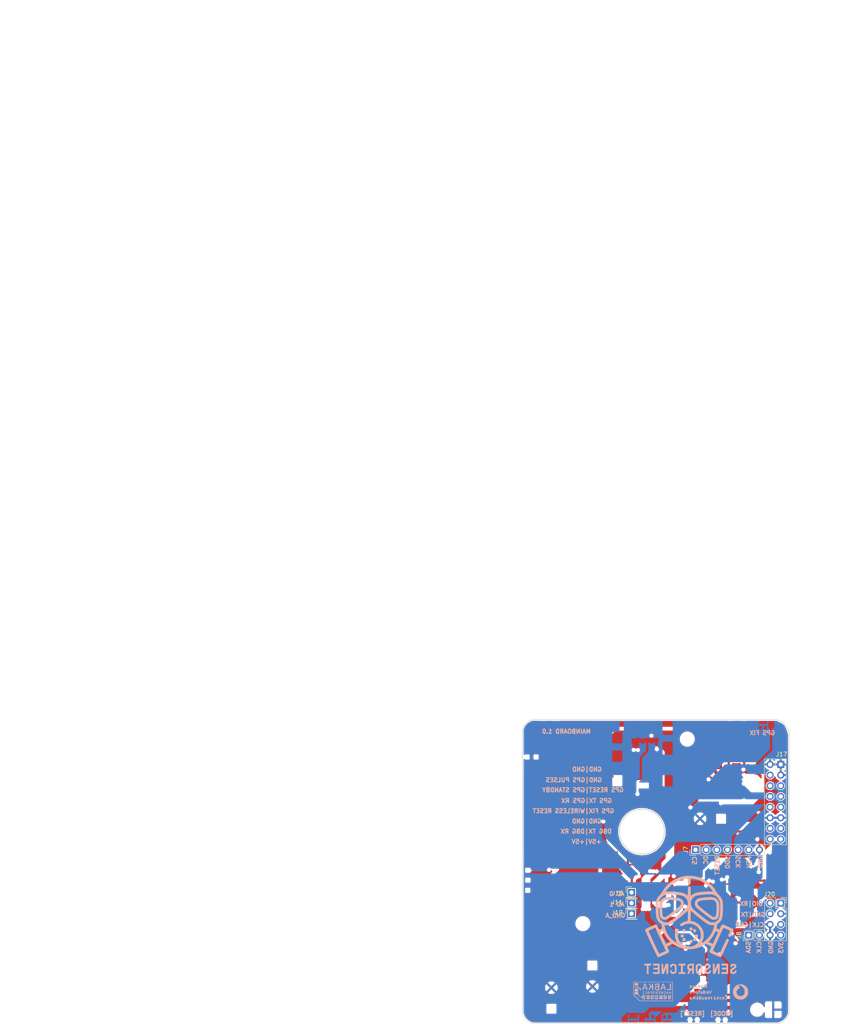
<source format=kicad_pcb>
(kicad_pcb (version 20171130) (host pcbnew 5.0.2+dfsg1-1~bpo9+1)
  (title_block (title "SENSORICNET mother board") (date 2019-02-20) (rev 1.0) (company "Labka z.s.") (comment 1 "created by i_a"))
  (layers (0 F.Cu signal) (31 B.Cu signal) (34 B.Paste user) (35 F.Paste user) (36 B.SilkS user) (37 F.SilkS user) (38 B.Mask user) (39 F.Mask user) (44 Edge.Cuts user))
  (net 0 "")
  (net 1 GND)
  (net 2 +5V)
  (net 3 PM_SDO)
  (net 4 PM_SCK)
  (module graphics:PCB_artwork (layer F.Cu) (at 164.73932 91.19616)
    (fp_text reference LOGO1 hide)
    (fp_text value LOGO hide)
  )
  (module SNPM:MountingHole_3.2mm_M3_DIN965 (layer F.Cu) (at 146.47672 102.37216)
    (fp_text reference J5 hide)
    (fp_text value Conn_01x01_Female)
    (pad 1 np_thru_hole circle (at 0 0) (size 3.2 3.2) (drill 3.2) (layers *.Cu *.Mask))
  )
  (module SNPM:MountingHole_3.2mm_M3_DIN965 (layer F.Cu) (at 171.36872 58.43016)
    (fp_text reference J6 hide)
    (fp_text value Conn_01x01_Female)
    (pad 1 np_thru_hole circle (at 0 0) (size 3.2 3.2) (drill 3.2) (layers *.Cu *.Mask))
  )
  (module SNPM:Pin_Header_Straight_1x01_Pitch2.54mm (layer F.Cu) (at 158.08452 97.46996)
    (fp_text reference J11 (at -3.4544 -0.17018) (layer F.SilkS))
    (fp_text value CONN_01X01)
    (pad 1 thru_hole rect (at 0 0) (size 1.7 1.7) (drill 1) (layers *.Cu *.Mask))
  )
  (module SNPM:Pin_Header_Straight_1x01_Pitch2.54mm (layer F.Cu) (at 158.09722 94.94266)
    (fp_text reference J18 (at -3.33756 0.18542) (layer F.SilkS))
    (fp_text value CONN_01X01)
    (pad 1 thru_hole rect (at 0 0) (size 1.7 1.7) (drill 1) (layers *.Cu *.Mask))
  )
  (module SNPM:Pin_Header_Straight_1x01_Pitch2.54mm (layer F.Cu) (at 158.08452 100.00996)
    (fp_text reference J19 (at -3.41376 -0.254) (layer F.SilkS))
    (fp_text value CONN_01X01)
    (pad 1 thru_hole rect (at 0 0) (size 1.7 1.7) (drill 1) (layers *.Cu *.Mask))
  )
  (module Connector_PinSocket_2.54mm:PinSocket_2x08_P2.54mm_Vertical (layer F.Cu) (at 193.65722 64.46266)
    (fp_text reference J17 (at 0.2159 -2.4257) (layer F.SilkS))
    (fp_text value Conn_02x08_Odd_Even)
    (pad 1 thru_hole rect (at 0 0) (size 1.7 1.7) (drill 1) (layers *.Cu *.Mask) (net 1 GND))
    (pad 2 thru_hole oval (at -2.54 0) (size 1.7 1.7) (drill 1) (layers *.Cu *.Mask) (net 1 GND))
    (pad 3 thru_hole oval (at 0 2.54) (size 1.7 1.7) (drill 1) (layers *.Cu *.Mask) (net 1 GND))
    (pad 4 thru_hole oval (at -2.54 2.54) (size 1.7 1.7) (drill 1) (layers *.Cu *.Mask))
    (pad 5 thru_hole oval (at 0 5.08) (size 1.7 1.7) (drill 1) (layers *.Cu *.Mask))
    (pad 6 thru_hole oval (at -2.54 5.08) (size 1.7 1.7) (drill 1) (layers *.Cu *.Mask))
    (pad 7 thru_hole oval (at 0 7.62) (size 1.7 1.7) (drill 1) (layers *.Cu *.Mask))
    (pad 8 thru_hole oval (at -2.54 7.62) (size 1.7 1.7) (drill 1) (layers *.Cu *.Mask))
    (pad 9 thru_hole oval (at 0 10.16) (size 1.7 1.7) (drill 1) (layers *.Cu *.Mask))
    (pad 10 thru_hole oval (at -2.54 10.16) (size 1.7 1.7) (drill 1) (layers *.Cu *.Mask))
    (pad 11 thru_hole oval (at 0 12.7) (size 1.7 1.7) (drill 1) (layers *.Cu *.Mask) (net 1 GND))
    (pad 12 thru_hole oval (at -2.54 12.7) (size 1.7 1.7) (drill 1) (layers *.Cu *.Mask) (net 1 GND))
    (pad 13 thru_hole oval (at 0 15.24) (size 1.7 1.7) (drill 1) (layers *.Cu *.Mask))
    (pad 14 thru_hole oval (at -2.54 15.24) (size 1.7 1.7) (drill 1) (layers *.Cu *.Mask))
    (pad 15 thru_hole oval (at 0 17.78) (size 1.7 1.7) (drill 1) (layers *.Cu *.Mask) (net 2 +5V))
    (pad 16 thru_hole oval (at -2.54 17.78) (size 1.7 1.7) (drill 1) (layers *.Cu *.Mask) (net 2 +5V))
  )
  (module Connector_PinSocket_2.54mm:PinSocket_2x04_P2.54mm_Vertical (layer F.Cu) (at 193.65722 97.48266)
    (fp_text reference J20 (at -2.6797 -2.0955 180) (layer F.SilkS))
    (fp_text value Conn_02x04_Odd_Even)
    (pad 8 thru_hole oval (at -2.54 7.62) (size 1.7 1.7) (drill 1) (layers *.Cu *.Mask) (net 1 GND))
    (pad 7 thru_hole oval (at 0 7.62) (size 1.7 1.7) (drill 1) (layers *.Cu *.Mask))
    (pad 6 thru_hole oval (at -2.54 5.08) (size 1.7 1.7) (drill 1) (layers *.Cu *.Mask) (net 1 GND))
    (pad 5 thru_hole oval (at 0 5.08) (size 1.7 1.7) (drill 1) (layers *.Cu *.Mask))
    (pad 4 thru_hole oval (at -2.54 2.54) (size 1.7 1.7) (drill 1) (layers *.Cu *.Mask))
    (pad 3 thru_hole oval (at 0 2.54) (size 1.7 1.7) (drill 1) (layers *.Cu *.Mask) (net 1 GND))
    (pad 2 thru_hole oval (at -2.54 0) (size 1.7 1.7) (drill 1) (layers *.Cu *.Mask))
    (pad 1 thru_hole rect (at 0 0) (size 1.7 1.7) (drill 1) (layers *.Cu *.Mask))
  )
  (module Connector_PinHeader_2.54mm:PinHeader_1x07_P2.54mm_Vertical (layer F.Cu) (at 173.33722 84.78266 90)
    (fp_text reference J7 (at 0 -2.33 90) (layer F.SilkS))
    (fp_text value Conn_01x07_Female)
    (pad 1 thru_hole rect (at 0 0 90) (size 1.7 1.7) (drill 1) (layers *.Cu *.Mask))
    (pad 2 thru_hole oval (at 0 2.54 90) (size 1.7 1.7) (drill 1) (layers *.Cu *.Mask))
    (pad 3 thru_hole oval (at 0 5.08 90) (size 1.7 1.7) (drill 1) (layers *.Cu *.Mask))
    (pad 4 thru_hole oval (at 0 7.62 90) (size 1.7 1.7) (drill 1) (layers *.Cu *.Mask) (net 3 PM_SDO))
    (pad 5 thru_hole oval (at 0 10.16 90) (size 1.7 1.7) (drill 1) (layers *.Cu *.Mask) (net 4 PM_SCK))
    (pad 6 thru_hole oval (at 0 12.7 90) (size 1.7 1.7) (drill 1) (layers *.Cu *.Mask) (net 2 +5V))
    (pad 7 thru_hole oval (at 0 15.24 90) (size 1.7 1.7) (drill 1) (layers *.Cu *.Mask) (net 1 GND))
  )
  (module Connector_PinHeader_2.54mm:PinHeader_1x02_P2.54mm_Vertical (layer F.Cu) (at 186.02452 105.11536 90)
    (fp_text reference J8 (at 0 -2.33 90) (layer F.SilkS))
    (fp_text value Conn_02x01)
    (pad 1 thru_hole rect (at 0 0 90) (size 1.7 1.7) (drill 1) (layers *.Cu *.Mask))
    (pad 2 thru_hole oval (at 0 2.54 90) (size 1.7 1.7) (drill 1) (layers *.Cu *.Mask))
  )
  (gr_line (start 132.08 56.1975) (end 132.08 56.388) (angle 90) (layer Edge.Cuts) (width 0.15))
  (gr_text SDA (at 185.97372 108.02366 90) (layer B.SilkS) (effects (font (size 1 1) (thickness 0.25)) (justify mirror)))
  (gr_text CLK (at 188.51372 108.02366 90) (layer B.SilkS) (effects (font (size 1 1) (thickness 0.25)) (justify mirror)))
  (gr_text GND (at 191.30772 108.02366 90) (layer B.SilkS) (effects (font (size 1 1) (thickness 0.25)) (justify mirror)))
  (gr_text 3V3 (at 193.72072 108.02366 90) (layer B.SilkS) (effects (font (size 1 1) (thickness 0.25)) (justify mirror)))
  (gr_text [MODE] (at 179.59832 123.80976) (layer B.SilkS) (effects (font (size 1 1) (thickness 0.25)) (justify mirror)))
  (gr_text [RESET] (at 172.61332 123.80976) (layer B.SilkS) (effects (font (size 1 1) (thickness 0.25)) (justify mirror)))
  (gr_text GND_A (at 154.24912 100.41636) (layer B.SilkS) (effects (font (size 1 1) (thickness 0.25)) (justify mirror)))
  (gr_text "AD 1" (at 154.57932 97.77476) (layer B.SilkS) (effects (font (size 1 1) (thickness 0.25)) (justify mirror)))
  (gr_text "AD 0" (at 154.55392 95.28556) (layer B.SilkS) (effects (font (size 1 1) (thickness 0.25)) (justify mirror)))
  (gr_text CLK|GND (at 186.25312 102.65156) (layer B.SilkS) (effects (font (size 1 1) (thickness 0.25)) (justify mirror)))
  (gr_text DIO|RX (at 186.63412 97.63506) (layer B.SilkS) (effects (font (size 1 1) (thickness 0.25)) (justify mirror)))
  (gr_text GND|TX (at 187.06592 100.22586) (layer B.SilkS) (effects (font (size 1 1) (thickness 0.25)) (justify mirror)))
  (gr_text GND (at 188.76772 87.64016 90) (layer B.SilkS) (effects (font (size 1 1) (thickness 0.25)) (justify mirror)))
  (gr_text +5V (at 186.10072 87.51316 90) (layer B.SilkS) (effects (font (size 1 1) (thickness 0.25)) (justify mirror)))
  (gr_text SCK (at 183.53532 87.66556 90) (layer B.SilkS) (effects (font (size 1 1) (thickness 0.25)) (justify mirror)))
  (gr_text SDO (at 180.99532 87.79256 90) (layer B.SilkS) (effects (font (size 1 1) (thickness 0.25)) (justify mirror)))
  (gr_text DC (at 175.81372 87.25916 90) (layer B.SilkS) (effects (font (size 1 1) (thickness 0.25)) (justify mirror)))
  (gr_text RESET (at 178.53152 88.50376 90) (layer B.SilkS) (effects (font (size 1 1) (thickness 0.25)) (justify mirror)))
  (gr_text CS (at 173.14672 87.36076 90) (layer B.SilkS) (effects (font (size 1 1) (thickness 0.25)) (justify mirror)))
  (gr_text GND|GND (at 147.41652 77.98816) (layer B.SilkS) (effects (font (size 1 1) (thickness 0.25)) (justify mirror)))
  (gr_text +5V|+5V (at 147.36572 82.83956) (layer B.SilkS) (effects (font (size 1 1) (thickness 0.25)) (justify mirror)))
  (gr_text "DBG TX|DBG RX" (at 147.26412 80.40116) (layer B.SilkS) (effects (font (size 1 1) (thickness 0.25)) (justify mirror)))
  (gr_text "GPS FIX|WIRELESS RESET" (at 144.24152 75.54976) (layer B.SilkS) (effects (font (size 1 1) (thickness 0.25)) (justify mirror)))
  (gr_text "GPS RESET|GPS STANDBY" (at 146.50212 70.54596) (layer B.SilkS) (effects (font (size 1 1) (thickness 0.25)) (justify mirror)))
  (gr_text "GND|GPS PULSES" (at 144.31772 68.15836) (layer B.SilkS) (effects (font (size 1 1) (thickness 0.25)) (justify mirror)))
  (gr_text GND|GND (at 147.46732 65.64376) (layer B.SilkS) (effects (font (size 1 1) (thickness 0.25)) (justify mirror)))
  (gr_text "GPS TX|GPS RX" (at 147.36572 73.11136) (layer B.SilkS) (effects (font (size 1 1) (thickness 0.25)) (justify mirror)))
  (gr_text "GPS FIX" (at 189.27572 56.95696) (layer B.SilkS) (effects (font (size 1 1) (thickness 0.25)) (justify mirror)))
  (gr_text "MAINBOARD 1.0" (at 142.56512 56.60136) (layer B.SilkS) (effects (font (size 1 1) (thickness 0.25)) (justify mirror)))
  (gr_circle (center 160.57372 80.46466) (end 165.90772 80.97266) (layer Edge.Cuts) (width 0.2))
  (gr_line (start 132.334 124.2695) (end 132.08 123.3805) (angle 90) (layer Edge.Cuts) (width 0.15))
  (gr_line (start 195.6435 56.642) (end 195.6435 123.1265) (angle 90) (layer Edge.Cuts) (width 0.15))
  (gr_line (start 194.564 54.737) (end 192.5955 53.7845) (angle 90) (layer Edge.Cuts) (width 0.15))
  (gr_line (start 195.6435 56.642) (end 194.564 54.737) (angle 90) (layer Edge.Cuts) (width 0.15))
  (gr_line (start 173.1645 126.1745) (end 192.913 126.1745) (angle 90) (layer Edge.Cuts) (width 0.15))
  (gr_line (start 132.08 123.3805) (end 132.08 56.388) (angle 90) (layer Edge.Cuts) (width 0.15))
  (gr_line (start 135.128 126.1745) (end 173.1645 126.1745) (angle 90) (layer Edge.Cuts) (width 0.15))
  (gr_line (start 195.58 123.8885) (end 195.1355 124.7775) (angle 90) (layer Edge.Cuts) (width 0.15))
  (gr_line (start 194.437 125.5395) (end 193.7385 125.9205) (angle 90) (layer Edge.Cuts) (width 0.15))
  (gr_line (start 193.7385 125.9205) (end 192.913 126.1745) (angle 90) (layer Edge.Cuts) (width 0.15))
  (gr_line (start 195.6435 123.1265) (end 195.58 123.8885) (angle 90) (layer Edge.Cuts) (width 0.15))
  (gr_line (start 195.1355 124.7775) (end 194.437 125.5395) (angle 90) (layer Edge.Cuts) (width 0.15))
  (gr_line (start 133.477 125.6665) (end 132.715 124.968) (angle 90) (layer Edge.Cuts) (width 0.15))
  (gr_line (start 135.128 126.1745) (end 134.366 126.111) (angle 90) (layer Edge.Cuts) (width 0.15))
  (gr_line (start 159.9565 53.7845) (end 192.5955 53.7845) (angle 90) (layer Edge.Cuts) (width 0.15))
  (gr_line (start 146.6215 53.7845) (end 159.9565 53.7845) (angle 90) (layer Edge.Cuts) (width 0.15))
  (gr_line (start 138.2395 53.7845) (end 146.6215 53.7845) (angle 90) (layer Edge.Cuts) (width 0.15))
  (gr_line (start 134.9375 53.7845) (end 138.2395 53.7845) (angle 90) (layer Edge.Cuts) (width 0.15))
  (gr_line (start 134.366 53.848) (end 134.9375 53.7845) (angle 90) (layer Edge.Cuts) (width 0.15))
  (gr_line (start 133.7945 54.0385) (end 134.366 53.848) (angle 90) (layer Edge.Cuts) (width 0.15))
  (gr_line (start 133.1595 54.483) (end 133.7945 54.0385) (angle 90) (layer Edge.Cuts) (width 0.15))
  (gr_line (start 132.715 54.9275) (end 133.1595 54.483) (angle 90) (layer Edge.Cuts) (width 0.15))
  (gr_line (start 132.3975 55.372) (end 132.715 54.9275) (angle 90) (layer Edge.Cuts) (width 0.15))
  (gr_line (start 132.08 56.1975) (end 132.3975 55.372) (angle 90) (layer Edge.Cuts) (width 0.15))
  (gr_line (start 132.715 124.968) (end 132.334 124.2695) (angle 90) (layer Edge.Cuts) (width 0.15))
  (gr_line (start 134.366 126.111) (end 133.477 125.6665) (angle 90) (layer Edge.Cuts) (width 0.15))
  (zone (net 1) (net_name GND) (layer F.Cu) (connect_pads (clearance 0.2)) (min_thickness 0.254) (fill yes (arc_segments 16) (thermal_gap 0.508) (thermal_bridge_width 0.508))
    (polygon (pts (xy 195.49872 123.45416) (xy 195.24472 124.21616) (xy 194.73672 124.97816) (xy 194.22872 125.48616) (xy 192.95872 125.99416) (xy 134.79272 125.99416) (xy 134.03072 125.74016) (xy 133.26872 125.23216) (xy 132.50672 124.21616) (xy 132.25272 123.45416) (xy 132.25272 56.14416) (xy 132.76072 55.12816) (xy 133.26872 54.62016) (xy 134.03072 54.11216) (xy 135.30072 54.11216) (xy 192.70472 54.11216) (xy 193.46672 54.36616) (xy 194.48272 55.12816) (xy 194.99072 56.14416) (xy 195.24472 56.90616) (xy 195.49872 57.66816)))
  )
  (zone (net 1) (net_name GND) (layer B.Cu) (connect_pads (clearance 0.2)) (min_thickness 0.254) (fill yes (arc_segments 16) (thermal_gap 0.508) (thermal_bridge_width 0.508))
    (polygon (pts (xy 192.70472 54.11216) (xy 193.46672 54.36616) (xy 194.48272 55.12816) (xy 194.99072 56.14416) (xy 195.49872 57.66816) (xy 195.49872 123.45416) (xy 195.24472 124.21616) (xy 194.73672 124.97816) (xy 194.22872 125.48616) (xy 192.95872 125.99416) (xy 134.79272 125.99416) (xy 134.03072 125.74016) (xy 133.26872 125.23216) (xy 132.50672 124.21616) (xy 132.25272 123.45416) (xy 132.25272 56.14416) (xy 132.76072 55.12816) (xy 133.26872 54.62016) (xy 134.03072 54.11216)))
  )
)
</source>
